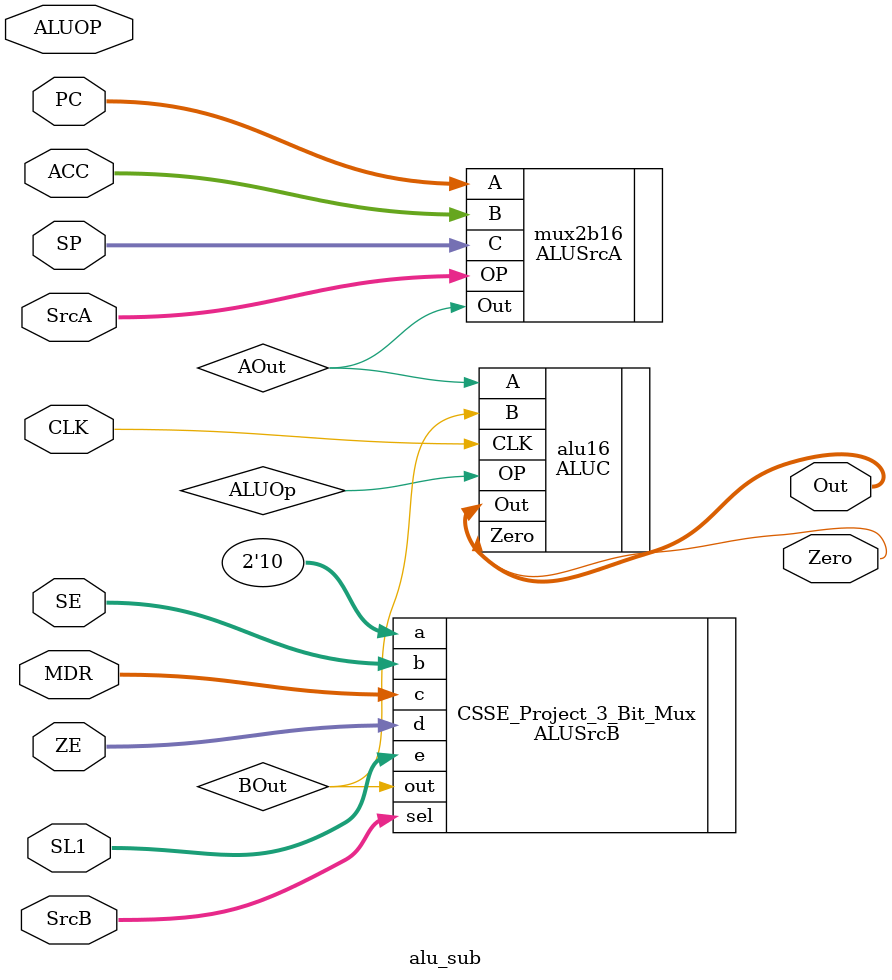
<source format=v>
module alu_sub(
	input [15:0] PC,
	input [15:0] ACC,
	input [15:0] SP,
	input [15:0] MDR,
	input [15:0] SE,
	input [15:0] ZE,
	input [15:0] SL1,
	input [2:0] SrcA,
	input [3:0] SrcB,
	input [2:0] ALUOP,
	input [0:0] CLK,
	output reg [15:0] Out,
	output reg [0:0] Zero
);

ALUSrcA mux2b16(
	.A(PC),
	.B(ACC),
	.C(SP),
	.OP(SrcA),
	.Out(AOut)
);

ALUSrcB CSSE_Project_3_Bit_Mux(
	.a(2'b10),
	.b(SE),
	.c(MDR),
	.d(ZE),
	.e(SL1),
	.sel(SrcB),
	.out(BOut)
);

ALUC alu16(
	.A(AOut),
	.B(BOut),
	.OP(ALUOp),
	.CLK(CLK),
	.Zero(Zero),
	.Out(Out)
);


endmodule
</source>
